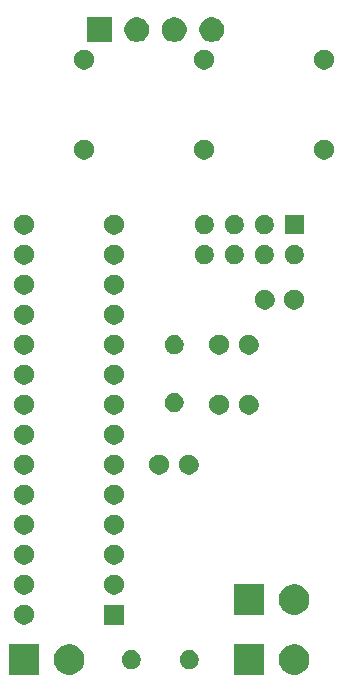
<source format=gbr>
G04 #@! TF.GenerationSoftware,KiCad,Pcbnew,5.1.5-52549c5~84~ubuntu18.04.1*
G04 #@! TF.CreationDate,2020-01-02T13:16:35+00:00*
G04 #@! TF.ProjectId,receiver,72656365-6976-4657-922e-6b696361645f,rev?*
G04 #@! TF.SameCoordinates,Original*
G04 #@! TF.FileFunction,Soldermask,Bot*
G04 #@! TF.FilePolarity,Negative*
%FSLAX46Y46*%
G04 Gerber Fmt 4.6, Leading zero omitted, Abs format (unit mm)*
G04 Created by KiCad (PCBNEW 5.1.5-52549c5~84~ubuntu18.04.1) date 2020-01-02 13:16:35*
%MOMM*%
%LPD*%
G04 APERTURE LIST*
%ADD10C,0.100000*%
G04 APERTURE END LIST*
D10*
G36*
X131189393Y-123209304D02*
G01*
X131426101Y-123307352D01*
X131426103Y-123307353D01*
X131639135Y-123449696D01*
X131820304Y-123630865D01*
X131962647Y-123843897D01*
X131962648Y-123843899D01*
X132060696Y-124080607D01*
X132110680Y-124331893D01*
X132110680Y-124588107D01*
X132060696Y-124839393D01*
X131962648Y-125076101D01*
X131962647Y-125076103D01*
X131820304Y-125289135D01*
X131639135Y-125470304D01*
X131426103Y-125612647D01*
X131426102Y-125612648D01*
X131426101Y-125612648D01*
X131189393Y-125710696D01*
X130938107Y-125760680D01*
X130681893Y-125760680D01*
X130430607Y-125710696D01*
X130193899Y-125612648D01*
X130193898Y-125612648D01*
X130193897Y-125612647D01*
X129980865Y-125470304D01*
X129799696Y-125289135D01*
X129657353Y-125076103D01*
X129657352Y-125076101D01*
X129559304Y-124839393D01*
X129509320Y-124588107D01*
X129509320Y-124331893D01*
X129559304Y-124080607D01*
X129657352Y-123843899D01*
X129657353Y-123843897D01*
X129799696Y-123630865D01*
X129980865Y-123449696D01*
X130193897Y-123307353D01*
X130193899Y-123307352D01*
X130430607Y-123209304D01*
X130681893Y-123159320D01*
X130938107Y-123159320D01*
X131189393Y-123209304D01*
G37*
G36*
X128300680Y-125760680D02*
G01*
X125699320Y-125760680D01*
X125699320Y-123159320D01*
X128300680Y-123159320D01*
X128300680Y-125760680D01*
G37*
G36*
X112139393Y-123209304D02*
G01*
X112376101Y-123307352D01*
X112376103Y-123307353D01*
X112589135Y-123449696D01*
X112770304Y-123630865D01*
X112912647Y-123843897D01*
X112912648Y-123843899D01*
X113010696Y-124080607D01*
X113060680Y-124331893D01*
X113060680Y-124588107D01*
X113010696Y-124839393D01*
X112912648Y-125076101D01*
X112912647Y-125076103D01*
X112770304Y-125289135D01*
X112589135Y-125470304D01*
X112376103Y-125612647D01*
X112376102Y-125612648D01*
X112376101Y-125612648D01*
X112139393Y-125710696D01*
X111888107Y-125760680D01*
X111631893Y-125760680D01*
X111380607Y-125710696D01*
X111143899Y-125612648D01*
X111143898Y-125612648D01*
X111143897Y-125612647D01*
X110930865Y-125470304D01*
X110749696Y-125289135D01*
X110607353Y-125076103D01*
X110607352Y-125076101D01*
X110509304Y-124839393D01*
X110459320Y-124588107D01*
X110459320Y-124331893D01*
X110509304Y-124080607D01*
X110607352Y-123843899D01*
X110607353Y-123843897D01*
X110749696Y-123630865D01*
X110930865Y-123449696D01*
X111143897Y-123307353D01*
X111143899Y-123307352D01*
X111380607Y-123209304D01*
X111631893Y-123159320D01*
X111888107Y-123159320D01*
X112139393Y-123209304D01*
G37*
G36*
X109250680Y-125760680D02*
G01*
X106649320Y-125760680D01*
X106649320Y-123159320D01*
X109250680Y-123159320D01*
X109250680Y-125760680D01*
G37*
G36*
X122153642Y-123689781D02*
G01*
X122299414Y-123750162D01*
X122299416Y-123750163D01*
X122430608Y-123837822D01*
X122542178Y-123949392D01*
X122629837Y-124080584D01*
X122629838Y-124080586D01*
X122690219Y-124226358D01*
X122721000Y-124381107D01*
X122721000Y-124538893D01*
X122690219Y-124693642D01*
X122629847Y-124839393D01*
X122629837Y-124839416D01*
X122542178Y-124970608D01*
X122430608Y-125082178D01*
X122299416Y-125169837D01*
X122299415Y-125169838D01*
X122299414Y-125169838D01*
X122153642Y-125230219D01*
X121998893Y-125261000D01*
X121841107Y-125261000D01*
X121686358Y-125230219D01*
X121540586Y-125169838D01*
X121540585Y-125169838D01*
X121540584Y-125169837D01*
X121409392Y-125082178D01*
X121297822Y-124970608D01*
X121210163Y-124839416D01*
X121210153Y-124839393D01*
X121149781Y-124693642D01*
X121119000Y-124538893D01*
X121119000Y-124381107D01*
X121149781Y-124226358D01*
X121210162Y-124080586D01*
X121210163Y-124080584D01*
X121297822Y-123949392D01*
X121409392Y-123837822D01*
X121540584Y-123750163D01*
X121540586Y-123750162D01*
X121686358Y-123689781D01*
X121841107Y-123659000D01*
X121998893Y-123659000D01*
X122153642Y-123689781D01*
G37*
G36*
X117253642Y-123689781D02*
G01*
X117399414Y-123750162D01*
X117399416Y-123750163D01*
X117530608Y-123837822D01*
X117642178Y-123949392D01*
X117729837Y-124080584D01*
X117729838Y-124080586D01*
X117790219Y-124226358D01*
X117821000Y-124381107D01*
X117821000Y-124538893D01*
X117790219Y-124693642D01*
X117729847Y-124839393D01*
X117729837Y-124839416D01*
X117642178Y-124970608D01*
X117530608Y-125082178D01*
X117399416Y-125169837D01*
X117399415Y-125169838D01*
X117399414Y-125169838D01*
X117253642Y-125230219D01*
X117098893Y-125261000D01*
X116941107Y-125261000D01*
X116786358Y-125230219D01*
X116640586Y-125169838D01*
X116640585Y-125169838D01*
X116640584Y-125169837D01*
X116509392Y-125082178D01*
X116397822Y-124970608D01*
X116310163Y-124839416D01*
X116310153Y-124839393D01*
X116249781Y-124693642D01*
X116219000Y-124538893D01*
X116219000Y-124381107D01*
X116249781Y-124226358D01*
X116310162Y-124080586D01*
X116310163Y-124080584D01*
X116397822Y-123949392D01*
X116509392Y-123837822D01*
X116640584Y-123750163D01*
X116640586Y-123750162D01*
X116786358Y-123689781D01*
X116941107Y-123659000D01*
X117098893Y-123659000D01*
X117253642Y-123689781D01*
G37*
G36*
X108198228Y-119831703D02*
G01*
X108353100Y-119895853D01*
X108492481Y-119988985D01*
X108611015Y-120107519D01*
X108704147Y-120246900D01*
X108768297Y-120401772D01*
X108801000Y-120566184D01*
X108801000Y-120733816D01*
X108768297Y-120898228D01*
X108704147Y-121053100D01*
X108611015Y-121192481D01*
X108492481Y-121311015D01*
X108353100Y-121404147D01*
X108198228Y-121468297D01*
X108033816Y-121501000D01*
X107866184Y-121501000D01*
X107701772Y-121468297D01*
X107546900Y-121404147D01*
X107407519Y-121311015D01*
X107288985Y-121192481D01*
X107195853Y-121053100D01*
X107131703Y-120898228D01*
X107099000Y-120733816D01*
X107099000Y-120566184D01*
X107131703Y-120401772D01*
X107195853Y-120246900D01*
X107288985Y-120107519D01*
X107407519Y-119988985D01*
X107546900Y-119895853D01*
X107701772Y-119831703D01*
X107866184Y-119799000D01*
X108033816Y-119799000D01*
X108198228Y-119831703D01*
G37*
G36*
X116421000Y-121501000D02*
G01*
X114719000Y-121501000D01*
X114719000Y-119799000D01*
X116421000Y-119799000D01*
X116421000Y-121501000D01*
G37*
G36*
X128300680Y-120680680D02*
G01*
X125699320Y-120680680D01*
X125699320Y-118079320D01*
X128300680Y-118079320D01*
X128300680Y-120680680D01*
G37*
G36*
X131189393Y-118129304D02*
G01*
X131426101Y-118227352D01*
X131426103Y-118227353D01*
X131639135Y-118369696D01*
X131820304Y-118550865D01*
X131888201Y-118652481D01*
X131962648Y-118763899D01*
X132060696Y-119000607D01*
X132110680Y-119251893D01*
X132110680Y-119508107D01*
X132060696Y-119759393D01*
X131962648Y-119996101D01*
X131962647Y-119996103D01*
X131820304Y-120209135D01*
X131639135Y-120390304D01*
X131426103Y-120532647D01*
X131426102Y-120532648D01*
X131426101Y-120532648D01*
X131189393Y-120630696D01*
X130938107Y-120680680D01*
X130681893Y-120680680D01*
X130430607Y-120630696D01*
X130193899Y-120532648D01*
X130193898Y-120532648D01*
X130193897Y-120532647D01*
X129980865Y-120390304D01*
X129799696Y-120209135D01*
X129657353Y-119996103D01*
X129657352Y-119996101D01*
X129559304Y-119759393D01*
X129509320Y-119508107D01*
X129509320Y-119251893D01*
X129559304Y-119000607D01*
X129657352Y-118763899D01*
X129731799Y-118652481D01*
X129799696Y-118550865D01*
X129980865Y-118369696D01*
X130193897Y-118227353D01*
X130193899Y-118227352D01*
X130430607Y-118129304D01*
X130681893Y-118079320D01*
X130938107Y-118079320D01*
X131189393Y-118129304D01*
G37*
G36*
X108198228Y-117291703D02*
G01*
X108353100Y-117355853D01*
X108492481Y-117448985D01*
X108611015Y-117567519D01*
X108704147Y-117706900D01*
X108768297Y-117861772D01*
X108801000Y-118026184D01*
X108801000Y-118193816D01*
X108768297Y-118358228D01*
X108704147Y-118513100D01*
X108611015Y-118652481D01*
X108492481Y-118771015D01*
X108353100Y-118864147D01*
X108198228Y-118928297D01*
X108033816Y-118961000D01*
X107866184Y-118961000D01*
X107701772Y-118928297D01*
X107546900Y-118864147D01*
X107407519Y-118771015D01*
X107288985Y-118652481D01*
X107195853Y-118513100D01*
X107131703Y-118358228D01*
X107099000Y-118193816D01*
X107099000Y-118026184D01*
X107131703Y-117861772D01*
X107195853Y-117706900D01*
X107288985Y-117567519D01*
X107407519Y-117448985D01*
X107546900Y-117355853D01*
X107701772Y-117291703D01*
X107866184Y-117259000D01*
X108033816Y-117259000D01*
X108198228Y-117291703D01*
G37*
G36*
X115818228Y-117291703D02*
G01*
X115973100Y-117355853D01*
X116112481Y-117448985D01*
X116231015Y-117567519D01*
X116324147Y-117706900D01*
X116388297Y-117861772D01*
X116421000Y-118026184D01*
X116421000Y-118193816D01*
X116388297Y-118358228D01*
X116324147Y-118513100D01*
X116231015Y-118652481D01*
X116112481Y-118771015D01*
X115973100Y-118864147D01*
X115818228Y-118928297D01*
X115653816Y-118961000D01*
X115486184Y-118961000D01*
X115321772Y-118928297D01*
X115166900Y-118864147D01*
X115027519Y-118771015D01*
X114908985Y-118652481D01*
X114815853Y-118513100D01*
X114751703Y-118358228D01*
X114719000Y-118193816D01*
X114719000Y-118026184D01*
X114751703Y-117861772D01*
X114815853Y-117706900D01*
X114908985Y-117567519D01*
X115027519Y-117448985D01*
X115166900Y-117355853D01*
X115321772Y-117291703D01*
X115486184Y-117259000D01*
X115653816Y-117259000D01*
X115818228Y-117291703D01*
G37*
G36*
X115818228Y-114751703D02*
G01*
X115973100Y-114815853D01*
X116112481Y-114908985D01*
X116231015Y-115027519D01*
X116324147Y-115166900D01*
X116388297Y-115321772D01*
X116421000Y-115486184D01*
X116421000Y-115653816D01*
X116388297Y-115818228D01*
X116324147Y-115973100D01*
X116231015Y-116112481D01*
X116112481Y-116231015D01*
X115973100Y-116324147D01*
X115818228Y-116388297D01*
X115653816Y-116421000D01*
X115486184Y-116421000D01*
X115321772Y-116388297D01*
X115166900Y-116324147D01*
X115027519Y-116231015D01*
X114908985Y-116112481D01*
X114815853Y-115973100D01*
X114751703Y-115818228D01*
X114719000Y-115653816D01*
X114719000Y-115486184D01*
X114751703Y-115321772D01*
X114815853Y-115166900D01*
X114908985Y-115027519D01*
X115027519Y-114908985D01*
X115166900Y-114815853D01*
X115321772Y-114751703D01*
X115486184Y-114719000D01*
X115653816Y-114719000D01*
X115818228Y-114751703D01*
G37*
G36*
X108198228Y-114751703D02*
G01*
X108353100Y-114815853D01*
X108492481Y-114908985D01*
X108611015Y-115027519D01*
X108704147Y-115166900D01*
X108768297Y-115321772D01*
X108801000Y-115486184D01*
X108801000Y-115653816D01*
X108768297Y-115818228D01*
X108704147Y-115973100D01*
X108611015Y-116112481D01*
X108492481Y-116231015D01*
X108353100Y-116324147D01*
X108198228Y-116388297D01*
X108033816Y-116421000D01*
X107866184Y-116421000D01*
X107701772Y-116388297D01*
X107546900Y-116324147D01*
X107407519Y-116231015D01*
X107288985Y-116112481D01*
X107195853Y-115973100D01*
X107131703Y-115818228D01*
X107099000Y-115653816D01*
X107099000Y-115486184D01*
X107131703Y-115321772D01*
X107195853Y-115166900D01*
X107288985Y-115027519D01*
X107407519Y-114908985D01*
X107546900Y-114815853D01*
X107701772Y-114751703D01*
X107866184Y-114719000D01*
X108033816Y-114719000D01*
X108198228Y-114751703D01*
G37*
G36*
X115818228Y-112211703D02*
G01*
X115973100Y-112275853D01*
X116112481Y-112368985D01*
X116231015Y-112487519D01*
X116324147Y-112626900D01*
X116388297Y-112781772D01*
X116421000Y-112946184D01*
X116421000Y-113113816D01*
X116388297Y-113278228D01*
X116324147Y-113433100D01*
X116231015Y-113572481D01*
X116112481Y-113691015D01*
X115973100Y-113784147D01*
X115818228Y-113848297D01*
X115653816Y-113881000D01*
X115486184Y-113881000D01*
X115321772Y-113848297D01*
X115166900Y-113784147D01*
X115027519Y-113691015D01*
X114908985Y-113572481D01*
X114815853Y-113433100D01*
X114751703Y-113278228D01*
X114719000Y-113113816D01*
X114719000Y-112946184D01*
X114751703Y-112781772D01*
X114815853Y-112626900D01*
X114908985Y-112487519D01*
X115027519Y-112368985D01*
X115166900Y-112275853D01*
X115321772Y-112211703D01*
X115486184Y-112179000D01*
X115653816Y-112179000D01*
X115818228Y-112211703D01*
G37*
G36*
X108198228Y-112211703D02*
G01*
X108353100Y-112275853D01*
X108492481Y-112368985D01*
X108611015Y-112487519D01*
X108704147Y-112626900D01*
X108768297Y-112781772D01*
X108801000Y-112946184D01*
X108801000Y-113113816D01*
X108768297Y-113278228D01*
X108704147Y-113433100D01*
X108611015Y-113572481D01*
X108492481Y-113691015D01*
X108353100Y-113784147D01*
X108198228Y-113848297D01*
X108033816Y-113881000D01*
X107866184Y-113881000D01*
X107701772Y-113848297D01*
X107546900Y-113784147D01*
X107407519Y-113691015D01*
X107288985Y-113572481D01*
X107195853Y-113433100D01*
X107131703Y-113278228D01*
X107099000Y-113113816D01*
X107099000Y-112946184D01*
X107131703Y-112781772D01*
X107195853Y-112626900D01*
X107288985Y-112487519D01*
X107407519Y-112368985D01*
X107546900Y-112275853D01*
X107701772Y-112211703D01*
X107866184Y-112179000D01*
X108033816Y-112179000D01*
X108198228Y-112211703D01*
G37*
G36*
X115818228Y-109671703D02*
G01*
X115973100Y-109735853D01*
X116112481Y-109828985D01*
X116231015Y-109947519D01*
X116324147Y-110086900D01*
X116388297Y-110241772D01*
X116421000Y-110406184D01*
X116421000Y-110573816D01*
X116388297Y-110738228D01*
X116324147Y-110893100D01*
X116231015Y-111032481D01*
X116112481Y-111151015D01*
X115973100Y-111244147D01*
X115818228Y-111308297D01*
X115653816Y-111341000D01*
X115486184Y-111341000D01*
X115321772Y-111308297D01*
X115166900Y-111244147D01*
X115027519Y-111151015D01*
X114908985Y-111032481D01*
X114815853Y-110893100D01*
X114751703Y-110738228D01*
X114719000Y-110573816D01*
X114719000Y-110406184D01*
X114751703Y-110241772D01*
X114815853Y-110086900D01*
X114908985Y-109947519D01*
X115027519Y-109828985D01*
X115166900Y-109735853D01*
X115321772Y-109671703D01*
X115486184Y-109639000D01*
X115653816Y-109639000D01*
X115818228Y-109671703D01*
G37*
G36*
X108198228Y-109671703D02*
G01*
X108353100Y-109735853D01*
X108492481Y-109828985D01*
X108611015Y-109947519D01*
X108704147Y-110086900D01*
X108768297Y-110241772D01*
X108801000Y-110406184D01*
X108801000Y-110573816D01*
X108768297Y-110738228D01*
X108704147Y-110893100D01*
X108611015Y-111032481D01*
X108492481Y-111151015D01*
X108353100Y-111244147D01*
X108198228Y-111308297D01*
X108033816Y-111341000D01*
X107866184Y-111341000D01*
X107701772Y-111308297D01*
X107546900Y-111244147D01*
X107407519Y-111151015D01*
X107288985Y-111032481D01*
X107195853Y-110893100D01*
X107131703Y-110738228D01*
X107099000Y-110573816D01*
X107099000Y-110406184D01*
X107131703Y-110241772D01*
X107195853Y-110086900D01*
X107288985Y-109947519D01*
X107407519Y-109828985D01*
X107546900Y-109735853D01*
X107701772Y-109671703D01*
X107866184Y-109639000D01*
X108033816Y-109639000D01*
X108198228Y-109671703D01*
G37*
G36*
X115818228Y-107131703D02*
G01*
X115973100Y-107195853D01*
X116112481Y-107288985D01*
X116231015Y-107407519D01*
X116324147Y-107546900D01*
X116388297Y-107701772D01*
X116421000Y-107866184D01*
X116421000Y-108033816D01*
X116388297Y-108198228D01*
X116324147Y-108353100D01*
X116231015Y-108492481D01*
X116112481Y-108611015D01*
X115973100Y-108704147D01*
X115818228Y-108768297D01*
X115653816Y-108801000D01*
X115486184Y-108801000D01*
X115321772Y-108768297D01*
X115166900Y-108704147D01*
X115027519Y-108611015D01*
X114908985Y-108492481D01*
X114815853Y-108353100D01*
X114751703Y-108198228D01*
X114719000Y-108033816D01*
X114719000Y-107866184D01*
X114751703Y-107701772D01*
X114815853Y-107546900D01*
X114908985Y-107407519D01*
X115027519Y-107288985D01*
X115166900Y-107195853D01*
X115321772Y-107131703D01*
X115486184Y-107099000D01*
X115653816Y-107099000D01*
X115818228Y-107131703D01*
G37*
G36*
X122128228Y-107131703D02*
G01*
X122283100Y-107195853D01*
X122422481Y-107288985D01*
X122541015Y-107407519D01*
X122634147Y-107546900D01*
X122698297Y-107701772D01*
X122731000Y-107866184D01*
X122731000Y-108033816D01*
X122698297Y-108198228D01*
X122634147Y-108353100D01*
X122541015Y-108492481D01*
X122422481Y-108611015D01*
X122283100Y-108704147D01*
X122128228Y-108768297D01*
X121963816Y-108801000D01*
X121796184Y-108801000D01*
X121631772Y-108768297D01*
X121476900Y-108704147D01*
X121337519Y-108611015D01*
X121218985Y-108492481D01*
X121125853Y-108353100D01*
X121061703Y-108198228D01*
X121029000Y-108033816D01*
X121029000Y-107866184D01*
X121061703Y-107701772D01*
X121125853Y-107546900D01*
X121218985Y-107407519D01*
X121337519Y-107288985D01*
X121476900Y-107195853D01*
X121631772Y-107131703D01*
X121796184Y-107099000D01*
X121963816Y-107099000D01*
X122128228Y-107131703D01*
G37*
G36*
X119628228Y-107131703D02*
G01*
X119783100Y-107195853D01*
X119922481Y-107288985D01*
X120041015Y-107407519D01*
X120134147Y-107546900D01*
X120198297Y-107701772D01*
X120231000Y-107866184D01*
X120231000Y-108033816D01*
X120198297Y-108198228D01*
X120134147Y-108353100D01*
X120041015Y-108492481D01*
X119922481Y-108611015D01*
X119783100Y-108704147D01*
X119628228Y-108768297D01*
X119463816Y-108801000D01*
X119296184Y-108801000D01*
X119131772Y-108768297D01*
X118976900Y-108704147D01*
X118837519Y-108611015D01*
X118718985Y-108492481D01*
X118625853Y-108353100D01*
X118561703Y-108198228D01*
X118529000Y-108033816D01*
X118529000Y-107866184D01*
X118561703Y-107701772D01*
X118625853Y-107546900D01*
X118718985Y-107407519D01*
X118837519Y-107288985D01*
X118976900Y-107195853D01*
X119131772Y-107131703D01*
X119296184Y-107099000D01*
X119463816Y-107099000D01*
X119628228Y-107131703D01*
G37*
G36*
X108198228Y-107131703D02*
G01*
X108353100Y-107195853D01*
X108492481Y-107288985D01*
X108611015Y-107407519D01*
X108704147Y-107546900D01*
X108768297Y-107701772D01*
X108801000Y-107866184D01*
X108801000Y-108033816D01*
X108768297Y-108198228D01*
X108704147Y-108353100D01*
X108611015Y-108492481D01*
X108492481Y-108611015D01*
X108353100Y-108704147D01*
X108198228Y-108768297D01*
X108033816Y-108801000D01*
X107866184Y-108801000D01*
X107701772Y-108768297D01*
X107546900Y-108704147D01*
X107407519Y-108611015D01*
X107288985Y-108492481D01*
X107195853Y-108353100D01*
X107131703Y-108198228D01*
X107099000Y-108033816D01*
X107099000Y-107866184D01*
X107131703Y-107701772D01*
X107195853Y-107546900D01*
X107288985Y-107407519D01*
X107407519Y-107288985D01*
X107546900Y-107195853D01*
X107701772Y-107131703D01*
X107866184Y-107099000D01*
X108033816Y-107099000D01*
X108198228Y-107131703D01*
G37*
G36*
X115818228Y-104591703D02*
G01*
X115973100Y-104655853D01*
X116112481Y-104748985D01*
X116231015Y-104867519D01*
X116324147Y-105006900D01*
X116388297Y-105161772D01*
X116421000Y-105326184D01*
X116421000Y-105493816D01*
X116388297Y-105658228D01*
X116324147Y-105813100D01*
X116231015Y-105952481D01*
X116112481Y-106071015D01*
X115973100Y-106164147D01*
X115818228Y-106228297D01*
X115653816Y-106261000D01*
X115486184Y-106261000D01*
X115321772Y-106228297D01*
X115166900Y-106164147D01*
X115027519Y-106071015D01*
X114908985Y-105952481D01*
X114815853Y-105813100D01*
X114751703Y-105658228D01*
X114719000Y-105493816D01*
X114719000Y-105326184D01*
X114751703Y-105161772D01*
X114815853Y-105006900D01*
X114908985Y-104867519D01*
X115027519Y-104748985D01*
X115166900Y-104655853D01*
X115321772Y-104591703D01*
X115486184Y-104559000D01*
X115653816Y-104559000D01*
X115818228Y-104591703D01*
G37*
G36*
X108198228Y-104591703D02*
G01*
X108353100Y-104655853D01*
X108492481Y-104748985D01*
X108611015Y-104867519D01*
X108704147Y-105006900D01*
X108768297Y-105161772D01*
X108801000Y-105326184D01*
X108801000Y-105493816D01*
X108768297Y-105658228D01*
X108704147Y-105813100D01*
X108611015Y-105952481D01*
X108492481Y-106071015D01*
X108353100Y-106164147D01*
X108198228Y-106228297D01*
X108033816Y-106261000D01*
X107866184Y-106261000D01*
X107701772Y-106228297D01*
X107546900Y-106164147D01*
X107407519Y-106071015D01*
X107288985Y-105952481D01*
X107195853Y-105813100D01*
X107131703Y-105658228D01*
X107099000Y-105493816D01*
X107099000Y-105326184D01*
X107131703Y-105161772D01*
X107195853Y-105006900D01*
X107288985Y-104867519D01*
X107407519Y-104748985D01*
X107546900Y-104655853D01*
X107701772Y-104591703D01*
X107866184Y-104559000D01*
X108033816Y-104559000D01*
X108198228Y-104591703D01*
G37*
G36*
X127208228Y-102051703D02*
G01*
X127363100Y-102115853D01*
X127502481Y-102208985D01*
X127621015Y-102327519D01*
X127714147Y-102466900D01*
X127778297Y-102621772D01*
X127811000Y-102786184D01*
X127811000Y-102953816D01*
X127778297Y-103118228D01*
X127714147Y-103273100D01*
X127621015Y-103412481D01*
X127502481Y-103531015D01*
X127363100Y-103624147D01*
X127208228Y-103688297D01*
X127043816Y-103721000D01*
X126876184Y-103721000D01*
X126711772Y-103688297D01*
X126556900Y-103624147D01*
X126417519Y-103531015D01*
X126298985Y-103412481D01*
X126205853Y-103273100D01*
X126141703Y-103118228D01*
X126109000Y-102953816D01*
X126109000Y-102786184D01*
X126141703Y-102621772D01*
X126205853Y-102466900D01*
X126298985Y-102327519D01*
X126417519Y-102208985D01*
X126556900Y-102115853D01*
X126711772Y-102051703D01*
X126876184Y-102019000D01*
X127043816Y-102019000D01*
X127208228Y-102051703D01*
G37*
G36*
X124708228Y-102051703D02*
G01*
X124863100Y-102115853D01*
X125002481Y-102208985D01*
X125121015Y-102327519D01*
X125214147Y-102466900D01*
X125278297Y-102621772D01*
X125311000Y-102786184D01*
X125311000Y-102953816D01*
X125278297Y-103118228D01*
X125214147Y-103273100D01*
X125121015Y-103412481D01*
X125002481Y-103531015D01*
X124863100Y-103624147D01*
X124708228Y-103688297D01*
X124543816Y-103721000D01*
X124376184Y-103721000D01*
X124211772Y-103688297D01*
X124056900Y-103624147D01*
X123917519Y-103531015D01*
X123798985Y-103412481D01*
X123705853Y-103273100D01*
X123641703Y-103118228D01*
X123609000Y-102953816D01*
X123609000Y-102786184D01*
X123641703Y-102621772D01*
X123705853Y-102466900D01*
X123798985Y-102327519D01*
X123917519Y-102208985D01*
X124056900Y-102115853D01*
X124211772Y-102051703D01*
X124376184Y-102019000D01*
X124543816Y-102019000D01*
X124708228Y-102051703D01*
G37*
G36*
X108198228Y-102051703D02*
G01*
X108353100Y-102115853D01*
X108492481Y-102208985D01*
X108611015Y-102327519D01*
X108704147Y-102466900D01*
X108768297Y-102621772D01*
X108801000Y-102786184D01*
X108801000Y-102953816D01*
X108768297Y-103118228D01*
X108704147Y-103273100D01*
X108611015Y-103412481D01*
X108492481Y-103531015D01*
X108353100Y-103624147D01*
X108198228Y-103688297D01*
X108033816Y-103721000D01*
X107866184Y-103721000D01*
X107701772Y-103688297D01*
X107546900Y-103624147D01*
X107407519Y-103531015D01*
X107288985Y-103412481D01*
X107195853Y-103273100D01*
X107131703Y-103118228D01*
X107099000Y-102953816D01*
X107099000Y-102786184D01*
X107131703Y-102621772D01*
X107195853Y-102466900D01*
X107288985Y-102327519D01*
X107407519Y-102208985D01*
X107546900Y-102115853D01*
X107701772Y-102051703D01*
X107866184Y-102019000D01*
X108033816Y-102019000D01*
X108198228Y-102051703D01*
G37*
G36*
X115818228Y-102051703D02*
G01*
X115973100Y-102115853D01*
X116112481Y-102208985D01*
X116231015Y-102327519D01*
X116324147Y-102466900D01*
X116388297Y-102621772D01*
X116421000Y-102786184D01*
X116421000Y-102953816D01*
X116388297Y-103118228D01*
X116324147Y-103273100D01*
X116231015Y-103412481D01*
X116112481Y-103531015D01*
X115973100Y-103624147D01*
X115818228Y-103688297D01*
X115653816Y-103721000D01*
X115486184Y-103721000D01*
X115321772Y-103688297D01*
X115166900Y-103624147D01*
X115027519Y-103531015D01*
X114908985Y-103412481D01*
X114815853Y-103273100D01*
X114751703Y-103118228D01*
X114719000Y-102953816D01*
X114719000Y-102786184D01*
X114751703Y-102621772D01*
X114815853Y-102466900D01*
X114908985Y-102327519D01*
X115027519Y-102208985D01*
X115166900Y-102115853D01*
X115321772Y-102051703D01*
X115486184Y-102019000D01*
X115653816Y-102019000D01*
X115818228Y-102051703D01*
G37*
G36*
X120883642Y-101919781D02*
G01*
X121029414Y-101980162D01*
X121029416Y-101980163D01*
X121160608Y-102067822D01*
X121272178Y-102179392D01*
X121291951Y-102208985D01*
X121359838Y-102310586D01*
X121420219Y-102456358D01*
X121451000Y-102611107D01*
X121451000Y-102768893D01*
X121420219Y-102923642D01*
X121407720Y-102953816D01*
X121359837Y-103069416D01*
X121272178Y-103200608D01*
X121160608Y-103312178D01*
X121029416Y-103399837D01*
X121029415Y-103399838D01*
X121029414Y-103399838D01*
X120883642Y-103460219D01*
X120728893Y-103491000D01*
X120571107Y-103491000D01*
X120416358Y-103460219D01*
X120270586Y-103399838D01*
X120270585Y-103399838D01*
X120270584Y-103399837D01*
X120139392Y-103312178D01*
X120027822Y-103200608D01*
X119940163Y-103069416D01*
X119892280Y-102953816D01*
X119879781Y-102923642D01*
X119849000Y-102768893D01*
X119849000Y-102611107D01*
X119879781Y-102456358D01*
X119940162Y-102310586D01*
X120008049Y-102208985D01*
X120027822Y-102179392D01*
X120139392Y-102067822D01*
X120270584Y-101980163D01*
X120270586Y-101980162D01*
X120416358Y-101919781D01*
X120571107Y-101889000D01*
X120728893Y-101889000D01*
X120883642Y-101919781D01*
G37*
G36*
X115818228Y-99511703D02*
G01*
X115973100Y-99575853D01*
X116112481Y-99668985D01*
X116231015Y-99787519D01*
X116324147Y-99926900D01*
X116388297Y-100081772D01*
X116421000Y-100246184D01*
X116421000Y-100413816D01*
X116388297Y-100578228D01*
X116324147Y-100733100D01*
X116231015Y-100872481D01*
X116112481Y-100991015D01*
X115973100Y-101084147D01*
X115818228Y-101148297D01*
X115653816Y-101181000D01*
X115486184Y-101181000D01*
X115321772Y-101148297D01*
X115166900Y-101084147D01*
X115027519Y-100991015D01*
X114908985Y-100872481D01*
X114815853Y-100733100D01*
X114751703Y-100578228D01*
X114719000Y-100413816D01*
X114719000Y-100246184D01*
X114751703Y-100081772D01*
X114815853Y-99926900D01*
X114908985Y-99787519D01*
X115027519Y-99668985D01*
X115166900Y-99575853D01*
X115321772Y-99511703D01*
X115486184Y-99479000D01*
X115653816Y-99479000D01*
X115818228Y-99511703D01*
G37*
G36*
X108198228Y-99511703D02*
G01*
X108353100Y-99575853D01*
X108492481Y-99668985D01*
X108611015Y-99787519D01*
X108704147Y-99926900D01*
X108768297Y-100081772D01*
X108801000Y-100246184D01*
X108801000Y-100413816D01*
X108768297Y-100578228D01*
X108704147Y-100733100D01*
X108611015Y-100872481D01*
X108492481Y-100991015D01*
X108353100Y-101084147D01*
X108198228Y-101148297D01*
X108033816Y-101181000D01*
X107866184Y-101181000D01*
X107701772Y-101148297D01*
X107546900Y-101084147D01*
X107407519Y-100991015D01*
X107288985Y-100872481D01*
X107195853Y-100733100D01*
X107131703Y-100578228D01*
X107099000Y-100413816D01*
X107099000Y-100246184D01*
X107131703Y-100081772D01*
X107195853Y-99926900D01*
X107288985Y-99787519D01*
X107407519Y-99668985D01*
X107546900Y-99575853D01*
X107701772Y-99511703D01*
X107866184Y-99479000D01*
X108033816Y-99479000D01*
X108198228Y-99511703D01*
G37*
G36*
X124708228Y-96971703D02*
G01*
X124863100Y-97035853D01*
X125002481Y-97128985D01*
X125121015Y-97247519D01*
X125214147Y-97386900D01*
X125278297Y-97541772D01*
X125311000Y-97706184D01*
X125311000Y-97873816D01*
X125278297Y-98038228D01*
X125214147Y-98193100D01*
X125121015Y-98332481D01*
X125002481Y-98451015D01*
X124863100Y-98544147D01*
X124708228Y-98608297D01*
X124543816Y-98641000D01*
X124376184Y-98641000D01*
X124211772Y-98608297D01*
X124056900Y-98544147D01*
X123917519Y-98451015D01*
X123798985Y-98332481D01*
X123705853Y-98193100D01*
X123641703Y-98038228D01*
X123609000Y-97873816D01*
X123609000Y-97706184D01*
X123641703Y-97541772D01*
X123705853Y-97386900D01*
X123798985Y-97247519D01*
X123917519Y-97128985D01*
X124056900Y-97035853D01*
X124211772Y-96971703D01*
X124376184Y-96939000D01*
X124543816Y-96939000D01*
X124708228Y-96971703D01*
G37*
G36*
X115818228Y-96971703D02*
G01*
X115973100Y-97035853D01*
X116112481Y-97128985D01*
X116231015Y-97247519D01*
X116324147Y-97386900D01*
X116388297Y-97541772D01*
X116421000Y-97706184D01*
X116421000Y-97873816D01*
X116388297Y-98038228D01*
X116324147Y-98193100D01*
X116231015Y-98332481D01*
X116112481Y-98451015D01*
X115973100Y-98544147D01*
X115818228Y-98608297D01*
X115653816Y-98641000D01*
X115486184Y-98641000D01*
X115321772Y-98608297D01*
X115166900Y-98544147D01*
X115027519Y-98451015D01*
X114908985Y-98332481D01*
X114815853Y-98193100D01*
X114751703Y-98038228D01*
X114719000Y-97873816D01*
X114719000Y-97706184D01*
X114751703Y-97541772D01*
X114815853Y-97386900D01*
X114908985Y-97247519D01*
X115027519Y-97128985D01*
X115166900Y-97035853D01*
X115321772Y-96971703D01*
X115486184Y-96939000D01*
X115653816Y-96939000D01*
X115818228Y-96971703D01*
G37*
G36*
X108198228Y-96971703D02*
G01*
X108353100Y-97035853D01*
X108492481Y-97128985D01*
X108611015Y-97247519D01*
X108704147Y-97386900D01*
X108768297Y-97541772D01*
X108801000Y-97706184D01*
X108801000Y-97873816D01*
X108768297Y-98038228D01*
X108704147Y-98193100D01*
X108611015Y-98332481D01*
X108492481Y-98451015D01*
X108353100Y-98544147D01*
X108198228Y-98608297D01*
X108033816Y-98641000D01*
X107866184Y-98641000D01*
X107701772Y-98608297D01*
X107546900Y-98544147D01*
X107407519Y-98451015D01*
X107288985Y-98332481D01*
X107195853Y-98193100D01*
X107131703Y-98038228D01*
X107099000Y-97873816D01*
X107099000Y-97706184D01*
X107131703Y-97541772D01*
X107195853Y-97386900D01*
X107288985Y-97247519D01*
X107407519Y-97128985D01*
X107546900Y-97035853D01*
X107701772Y-96971703D01*
X107866184Y-96939000D01*
X108033816Y-96939000D01*
X108198228Y-96971703D01*
G37*
G36*
X127208228Y-96971703D02*
G01*
X127363100Y-97035853D01*
X127502481Y-97128985D01*
X127621015Y-97247519D01*
X127714147Y-97386900D01*
X127778297Y-97541772D01*
X127811000Y-97706184D01*
X127811000Y-97873816D01*
X127778297Y-98038228D01*
X127714147Y-98193100D01*
X127621015Y-98332481D01*
X127502481Y-98451015D01*
X127363100Y-98544147D01*
X127208228Y-98608297D01*
X127043816Y-98641000D01*
X126876184Y-98641000D01*
X126711772Y-98608297D01*
X126556900Y-98544147D01*
X126417519Y-98451015D01*
X126298985Y-98332481D01*
X126205853Y-98193100D01*
X126141703Y-98038228D01*
X126109000Y-97873816D01*
X126109000Y-97706184D01*
X126141703Y-97541772D01*
X126205853Y-97386900D01*
X126298985Y-97247519D01*
X126417519Y-97128985D01*
X126556900Y-97035853D01*
X126711772Y-96971703D01*
X126876184Y-96939000D01*
X127043816Y-96939000D01*
X127208228Y-96971703D01*
G37*
G36*
X120883642Y-97019781D02*
G01*
X121029414Y-97080162D01*
X121029416Y-97080163D01*
X121160608Y-97167822D01*
X121272178Y-97279392D01*
X121344012Y-97386900D01*
X121359838Y-97410586D01*
X121420219Y-97556358D01*
X121451000Y-97711107D01*
X121451000Y-97868893D01*
X121420219Y-98023642D01*
X121359838Y-98169414D01*
X121359837Y-98169416D01*
X121272178Y-98300608D01*
X121160608Y-98412178D01*
X121029416Y-98499837D01*
X121029415Y-98499838D01*
X121029414Y-98499838D01*
X120883642Y-98560219D01*
X120728893Y-98591000D01*
X120571107Y-98591000D01*
X120416358Y-98560219D01*
X120270586Y-98499838D01*
X120270585Y-98499838D01*
X120270584Y-98499837D01*
X120139392Y-98412178D01*
X120027822Y-98300608D01*
X119940163Y-98169416D01*
X119940162Y-98169414D01*
X119879781Y-98023642D01*
X119849000Y-97868893D01*
X119849000Y-97711107D01*
X119879781Y-97556358D01*
X119940162Y-97410586D01*
X119955988Y-97386900D01*
X120027822Y-97279392D01*
X120139392Y-97167822D01*
X120270584Y-97080163D01*
X120270586Y-97080162D01*
X120416358Y-97019781D01*
X120571107Y-96989000D01*
X120728893Y-96989000D01*
X120883642Y-97019781D01*
G37*
G36*
X108198228Y-94431703D02*
G01*
X108353100Y-94495853D01*
X108492481Y-94588985D01*
X108611015Y-94707519D01*
X108704147Y-94846900D01*
X108768297Y-95001772D01*
X108801000Y-95166184D01*
X108801000Y-95333816D01*
X108768297Y-95498228D01*
X108704147Y-95653100D01*
X108611015Y-95792481D01*
X108492481Y-95911015D01*
X108353100Y-96004147D01*
X108198228Y-96068297D01*
X108033816Y-96101000D01*
X107866184Y-96101000D01*
X107701772Y-96068297D01*
X107546900Y-96004147D01*
X107407519Y-95911015D01*
X107288985Y-95792481D01*
X107195853Y-95653100D01*
X107131703Y-95498228D01*
X107099000Y-95333816D01*
X107099000Y-95166184D01*
X107131703Y-95001772D01*
X107195853Y-94846900D01*
X107288985Y-94707519D01*
X107407519Y-94588985D01*
X107546900Y-94495853D01*
X107701772Y-94431703D01*
X107866184Y-94399000D01*
X108033816Y-94399000D01*
X108198228Y-94431703D01*
G37*
G36*
X115818228Y-94431703D02*
G01*
X115973100Y-94495853D01*
X116112481Y-94588985D01*
X116231015Y-94707519D01*
X116324147Y-94846900D01*
X116388297Y-95001772D01*
X116421000Y-95166184D01*
X116421000Y-95333816D01*
X116388297Y-95498228D01*
X116324147Y-95653100D01*
X116231015Y-95792481D01*
X116112481Y-95911015D01*
X115973100Y-96004147D01*
X115818228Y-96068297D01*
X115653816Y-96101000D01*
X115486184Y-96101000D01*
X115321772Y-96068297D01*
X115166900Y-96004147D01*
X115027519Y-95911015D01*
X114908985Y-95792481D01*
X114815853Y-95653100D01*
X114751703Y-95498228D01*
X114719000Y-95333816D01*
X114719000Y-95166184D01*
X114751703Y-95001772D01*
X114815853Y-94846900D01*
X114908985Y-94707519D01*
X115027519Y-94588985D01*
X115166900Y-94495853D01*
X115321772Y-94431703D01*
X115486184Y-94399000D01*
X115653816Y-94399000D01*
X115818228Y-94431703D01*
G37*
G36*
X128558228Y-93161703D02*
G01*
X128713100Y-93225853D01*
X128852481Y-93318985D01*
X128971015Y-93437519D01*
X129064147Y-93576900D01*
X129128297Y-93731772D01*
X129161000Y-93896184D01*
X129161000Y-94063816D01*
X129128297Y-94228228D01*
X129064147Y-94383100D01*
X128971015Y-94522481D01*
X128852481Y-94641015D01*
X128713100Y-94734147D01*
X128558228Y-94798297D01*
X128393816Y-94831000D01*
X128226184Y-94831000D01*
X128061772Y-94798297D01*
X127906900Y-94734147D01*
X127767519Y-94641015D01*
X127648985Y-94522481D01*
X127555853Y-94383100D01*
X127491703Y-94228228D01*
X127459000Y-94063816D01*
X127459000Y-93896184D01*
X127491703Y-93731772D01*
X127555853Y-93576900D01*
X127648985Y-93437519D01*
X127767519Y-93318985D01*
X127906900Y-93225853D01*
X128061772Y-93161703D01*
X128226184Y-93129000D01*
X128393816Y-93129000D01*
X128558228Y-93161703D01*
G37*
G36*
X131058228Y-93161703D02*
G01*
X131213100Y-93225853D01*
X131352481Y-93318985D01*
X131471015Y-93437519D01*
X131564147Y-93576900D01*
X131628297Y-93731772D01*
X131661000Y-93896184D01*
X131661000Y-94063816D01*
X131628297Y-94228228D01*
X131564147Y-94383100D01*
X131471015Y-94522481D01*
X131352481Y-94641015D01*
X131213100Y-94734147D01*
X131058228Y-94798297D01*
X130893816Y-94831000D01*
X130726184Y-94831000D01*
X130561772Y-94798297D01*
X130406900Y-94734147D01*
X130267519Y-94641015D01*
X130148985Y-94522481D01*
X130055853Y-94383100D01*
X129991703Y-94228228D01*
X129959000Y-94063816D01*
X129959000Y-93896184D01*
X129991703Y-93731772D01*
X130055853Y-93576900D01*
X130148985Y-93437519D01*
X130267519Y-93318985D01*
X130406900Y-93225853D01*
X130561772Y-93161703D01*
X130726184Y-93129000D01*
X130893816Y-93129000D01*
X131058228Y-93161703D01*
G37*
G36*
X115818228Y-91891703D02*
G01*
X115973100Y-91955853D01*
X116112481Y-92048985D01*
X116231015Y-92167519D01*
X116324147Y-92306900D01*
X116388297Y-92461772D01*
X116421000Y-92626184D01*
X116421000Y-92793816D01*
X116388297Y-92958228D01*
X116324147Y-93113100D01*
X116231015Y-93252481D01*
X116112481Y-93371015D01*
X115973100Y-93464147D01*
X115818228Y-93528297D01*
X115653816Y-93561000D01*
X115486184Y-93561000D01*
X115321772Y-93528297D01*
X115166900Y-93464147D01*
X115027519Y-93371015D01*
X114908985Y-93252481D01*
X114815853Y-93113100D01*
X114751703Y-92958228D01*
X114719000Y-92793816D01*
X114719000Y-92626184D01*
X114751703Y-92461772D01*
X114815853Y-92306900D01*
X114908985Y-92167519D01*
X115027519Y-92048985D01*
X115166900Y-91955853D01*
X115321772Y-91891703D01*
X115486184Y-91859000D01*
X115653816Y-91859000D01*
X115818228Y-91891703D01*
G37*
G36*
X108198228Y-91891703D02*
G01*
X108353100Y-91955853D01*
X108492481Y-92048985D01*
X108611015Y-92167519D01*
X108704147Y-92306900D01*
X108768297Y-92461772D01*
X108801000Y-92626184D01*
X108801000Y-92793816D01*
X108768297Y-92958228D01*
X108704147Y-93113100D01*
X108611015Y-93252481D01*
X108492481Y-93371015D01*
X108353100Y-93464147D01*
X108198228Y-93528297D01*
X108033816Y-93561000D01*
X107866184Y-93561000D01*
X107701772Y-93528297D01*
X107546900Y-93464147D01*
X107407519Y-93371015D01*
X107288985Y-93252481D01*
X107195853Y-93113100D01*
X107131703Y-92958228D01*
X107099000Y-92793816D01*
X107099000Y-92626184D01*
X107131703Y-92461772D01*
X107195853Y-92306900D01*
X107288985Y-92167519D01*
X107407519Y-92048985D01*
X107546900Y-91955853D01*
X107701772Y-91891703D01*
X107866184Y-91859000D01*
X108033816Y-91859000D01*
X108198228Y-91891703D01*
G37*
G36*
X108198228Y-89351703D02*
G01*
X108353100Y-89415853D01*
X108492481Y-89508985D01*
X108611015Y-89627519D01*
X108704147Y-89766900D01*
X108768297Y-89921772D01*
X108801000Y-90086184D01*
X108801000Y-90253816D01*
X108768297Y-90418228D01*
X108704147Y-90573100D01*
X108611015Y-90712481D01*
X108492481Y-90831015D01*
X108353100Y-90924147D01*
X108198228Y-90988297D01*
X108033816Y-91021000D01*
X107866184Y-91021000D01*
X107701772Y-90988297D01*
X107546900Y-90924147D01*
X107407519Y-90831015D01*
X107288985Y-90712481D01*
X107195853Y-90573100D01*
X107131703Y-90418228D01*
X107099000Y-90253816D01*
X107099000Y-90086184D01*
X107131703Y-89921772D01*
X107195853Y-89766900D01*
X107288985Y-89627519D01*
X107407519Y-89508985D01*
X107546900Y-89415853D01*
X107701772Y-89351703D01*
X107866184Y-89319000D01*
X108033816Y-89319000D01*
X108198228Y-89351703D01*
G37*
G36*
X115818228Y-89351703D02*
G01*
X115973100Y-89415853D01*
X116112481Y-89508985D01*
X116231015Y-89627519D01*
X116324147Y-89766900D01*
X116388297Y-89921772D01*
X116421000Y-90086184D01*
X116421000Y-90253816D01*
X116388297Y-90418228D01*
X116324147Y-90573100D01*
X116231015Y-90712481D01*
X116112481Y-90831015D01*
X115973100Y-90924147D01*
X115818228Y-90988297D01*
X115653816Y-91021000D01*
X115486184Y-91021000D01*
X115321772Y-90988297D01*
X115166900Y-90924147D01*
X115027519Y-90831015D01*
X114908985Y-90712481D01*
X114815853Y-90573100D01*
X114751703Y-90418228D01*
X114719000Y-90253816D01*
X114719000Y-90086184D01*
X114751703Y-89921772D01*
X114815853Y-89766900D01*
X114908985Y-89627519D01*
X115027519Y-89508985D01*
X115166900Y-89415853D01*
X115321772Y-89351703D01*
X115486184Y-89319000D01*
X115653816Y-89319000D01*
X115818228Y-89351703D01*
G37*
G36*
X125967142Y-89388242D02*
G01*
X126115101Y-89449529D01*
X126248255Y-89538499D01*
X126361501Y-89651745D01*
X126450471Y-89784899D01*
X126511758Y-89932858D01*
X126543000Y-90089925D01*
X126543000Y-90250075D01*
X126511758Y-90407142D01*
X126450471Y-90555101D01*
X126361501Y-90688255D01*
X126248255Y-90801501D01*
X126115101Y-90890471D01*
X125967142Y-90951758D01*
X125810075Y-90983000D01*
X125649925Y-90983000D01*
X125492858Y-90951758D01*
X125344899Y-90890471D01*
X125211745Y-90801501D01*
X125098499Y-90688255D01*
X125009529Y-90555101D01*
X124948242Y-90407142D01*
X124917000Y-90250075D01*
X124917000Y-90089925D01*
X124948242Y-89932858D01*
X125009529Y-89784899D01*
X125098499Y-89651745D01*
X125211745Y-89538499D01*
X125344899Y-89449529D01*
X125492858Y-89388242D01*
X125649925Y-89357000D01*
X125810075Y-89357000D01*
X125967142Y-89388242D01*
G37*
G36*
X128507142Y-89388242D02*
G01*
X128655101Y-89449529D01*
X128788255Y-89538499D01*
X128901501Y-89651745D01*
X128990471Y-89784899D01*
X129051758Y-89932858D01*
X129083000Y-90089925D01*
X129083000Y-90250075D01*
X129051758Y-90407142D01*
X128990471Y-90555101D01*
X128901501Y-90688255D01*
X128788255Y-90801501D01*
X128655101Y-90890471D01*
X128507142Y-90951758D01*
X128350075Y-90983000D01*
X128189925Y-90983000D01*
X128032858Y-90951758D01*
X127884899Y-90890471D01*
X127751745Y-90801501D01*
X127638499Y-90688255D01*
X127549529Y-90555101D01*
X127488242Y-90407142D01*
X127457000Y-90250075D01*
X127457000Y-90089925D01*
X127488242Y-89932858D01*
X127549529Y-89784899D01*
X127638499Y-89651745D01*
X127751745Y-89538499D01*
X127884899Y-89449529D01*
X128032858Y-89388242D01*
X128189925Y-89357000D01*
X128350075Y-89357000D01*
X128507142Y-89388242D01*
G37*
G36*
X123427142Y-89388242D02*
G01*
X123575101Y-89449529D01*
X123708255Y-89538499D01*
X123821501Y-89651745D01*
X123910471Y-89784899D01*
X123971758Y-89932858D01*
X124003000Y-90089925D01*
X124003000Y-90250075D01*
X123971758Y-90407142D01*
X123910471Y-90555101D01*
X123821501Y-90688255D01*
X123708255Y-90801501D01*
X123575101Y-90890471D01*
X123427142Y-90951758D01*
X123270075Y-90983000D01*
X123109925Y-90983000D01*
X122952858Y-90951758D01*
X122804899Y-90890471D01*
X122671745Y-90801501D01*
X122558499Y-90688255D01*
X122469529Y-90555101D01*
X122408242Y-90407142D01*
X122377000Y-90250075D01*
X122377000Y-90089925D01*
X122408242Y-89932858D01*
X122469529Y-89784899D01*
X122558499Y-89651745D01*
X122671745Y-89538499D01*
X122804899Y-89449529D01*
X122952858Y-89388242D01*
X123109925Y-89357000D01*
X123270075Y-89357000D01*
X123427142Y-89388242D01*
G37*
G36*
X131047142Y-89388242D02*
G01*
X131195101Y-89449529D01*
X131328255Y-89538499D01*
X131441501Y-89651745D01*
X131530471Y-89784899D01*
X131591758Y-89932858D01*
X131623000Y-90089925D01*
X131623000Y-90250075D01*
X131591758Y-90407142D01*
X131530471Y-90555101D01*
X131441501Y-90688255D01*
X131328255Y-90801501D01*
X131195101Y-90890471D01*
X131047142Y-90951758D01*
X130890075Y-90983000D01*
X130729925Y-90983000D01*
X130572858Y-90951758D01*
X130424899Y-90890471D01*
X130291745Y-90801501D01*
X130178499Y-90688255D01*
X130089529Y-90555101D01*
X130028242Y-90407142D01*
X129997000Y-90250075D01*
X129997000Y-90089925D01*
X130028242Y-89932858D01*
X130089529Y-89784899D01*
X130178499Y-89651745D01*
X130291745Y-89538499D01*
X130424899Y-89449529D01*
X130572858Y-89388242D01*
X130729925Y-89357000D01*
X130890075Y-89357000D01*
X131047142Y-89388242D01*
G37*
G36*
X115818228Y-86811703D02*
G01*
X115973100Y-86875853D01*
X116112481Y-86968985D01*
X116231015Y-87087519D01*
X116324147Y-87226900D01*
X116388297Y-87381772D01*
X116421000Y-87546184D01*
X116421000Y-87713816D01*
X116388297Y-87878228D01*
X116324147Y-88033100D01*
X116231015Y-88172481D01*
X116112481Y-88291015D01*
X115973100Y-88384147D01*
X115818228Y-88448297D01*
X115653816Y-88481000D01*
X115486184Y-88481000D01*
X115321772Y-88448297D01*
X115166900Y-88384147D01*
X115027519Y-88291015D01*
X114908985Y-88172481D01*
X114815853Y-88033100D01*
X114751703Y-87878228D01*
X114719000Y-87713816D01*
X114719000Y-87546184D01*
X114751703Y-87381772D01*
X114815853Y-87226900D01*
X114908985Y-87087519D01*
X115027519Y-86968985D01*
X115166900Y-86875853D01*
X115321772Y-86811703D01*
X115486184Y-86779000D01*
X115653816Y-86779000D01*
X115818228Y-86811703D01*
G37*
G36*
X108198228Y-86811703D02*
G01*
X108353100Y-86875853D01*
X108492481Y-86968985D01*
X108611015Y-87087519D01*
X108704147Y-87226900D01*
X108768297Y-87381772D01*
X108801000Y-87546184D01*
X108801000Y-87713816D01*
X108768297Y-87878228D01*
X108704147Y-88033100D01*
X108611015Y-88172481D01*
X108492481Y-88291015D01*
X108353100Y-88384147D01*
X108198228Y-88448297D01*
X108033816Y-88481000D01*
X107866184Y-88481000D01*
X107701772Y-88448297D01*
X107546900Y-88384147D01*
X107407519Y-88291015D01*
X107288985Y-88172481D01*
X107195853Y-88033100D01*
X107131703Y-87878228D01*
X107099000Y-87713816D01*
X107099000Y-87546184D01*
X107131703Y-87381772D01*
X107195853Y-87226900D01*
X107288985Y-87087519D01*
X107407519Y-86968985D01*
X107546900Y-86875853D01*
X107701772Y-86811703D01*
X107866184Y-86779000D01*
X108033816Y-86779000D01*
X108198228Y-86811703D01*
G37*
G36*
X131623000Y-88443000D02*
G01*
X129997000Y-88443000D01*
X129997000Y-86817000D01*
X131623000Y-86817000D01*
X131623000Y-88443000D01*
G37*
G36*
X128507142Y-86848242D02*
G01*
X128655101Y-86909529D01*
X128788255Y-86998499D01*
X128901501Y-87111745D01*
X128990471Y-87244899D01*
X129051758Y-87392858D01*
X129083000Y-87549925D01*
X129083000Y-87710075D01*
X129051758Y-87867142D01*
X128990471Y-88015101D01*
X128901501Y-88148255D01*
X128788255Y-88261501D01*
X128655101Y-88350471D01*
X128507142Y-88411758D01*
X128350075Y-88443000D01*
X128189925Y-88443000D01*
X128032858Y-88411758D01*
X127884899Y-88350471D01*
X127751745Y-88261501D01*
X127638499Y-88148255D01*
X127549529Y-88015101D01*
X127488242Y-87867142D01*
X127457000Y-87710075D01*
X127457000Y-87549925D01*
X127488242Y-87392858D01*
X127549529Y-87244899D01*
X127638499Y-87111745D01*
X127751745Y-86998499D01*
X127884899Y-86909529D01*
X128032858Y-86848242D01*
X128189925Y-86817000D01*
X128350075Y-86817000D01*
X128507142Y-86848242D01*
G37*
G36*
X125967142Y-86848242D02*
G01*
X126115101Y-86909529D01*
X126248255Y-86998499D01*
X126361501Y-87111745D01*
X126450471Y-87244899D01*
X126511758Y-87392858D01*
X126543000Y-87549925D01*
X126543000Y-87710075D01*
X126511758Y-87867142D01*
X126450471Y-88015101D01*
X126361501Y-88148255D01*
X126248255Y-88261501D01*
X126115101Y-88350471D01*
X125967142Y-88411758D01*
X125810075Y-88443000D01*
X125649925Y-88443000D01*
X125492858Y-88411758D01*
X125344899Y-88350471D01*
X125211745Y-88261501D01*
X125098499Y-88148255D01*
X125009529Y-88015101D01*
X124948242Y-87867142D01*
X124917000Y-87710075D01*
X124917000Y-87549925D01*
X124948242Y-87392858D01*
X125009529Y-87244899D01*
X125098499Y-87111745D01*
X125211745Y-86998499D01*
X125344899Y-86909529D01*
X125492858Y-86848242D01*
X125649925Y-86817000D01*
X125810075Y-86817000D01*
X125967142Y-86848242D01*
G37*
G36*
X123427142Y-86848242D02*
G01*
X123575101Y-86909529D01*
X123708255Y-86998499D01*
X123821501Y-87111745D01*
X123910471Y-87244899D01*
X123971758Y-87392858D01*
X124003000Y-87549925D01*
X124003000Y-87710075D01*
X123971758Y-87867142D01*
X123910471Y-88015101D01*
X123821501Y-88148255D01*
X123708255Y-88261501D01*
X123575101Y-88350471D01*
X123427142Y-88411758D01*
X123270075Y-88443000D01*
X123109925Y-88443000D01*
X122952858Y-88411758D01*
X122804899Y-88350471D01*
X122671745Y-88261501D01*
X122558499Y-88148255D01*
X122469529Y-88015101D01*
X122408242Y-87867142D01*
X122377000Y-87710075D01*
X122377000Y-87549925D01*
X122408242Y-87392858D01*
X122469529Y-87244899D01*
X122558499Y-87111745D01*
X122671745Y-86998499D01*
X122804899Y-86909529D01*
X122952858Y-86848242D01*
X123109925Y-86817000D01*
X123270075Y-86817000D01*
X123427142Y-86848242D01*
G37*
G36*
X123438228Y-80461703D02*
G01*
X123593100Y-80525853D01*
X123732481Y-80618985D01*
X123851015Y-80737519D01*
X123944147Y-80876900D01*
X124008297Y-81031772D01*
X124041000Y-81196184D01*
X124041000Y-81363816D01*
X124008297Y-81528228D01*
X123944147Y-81683100D01*
X123851015Y-81822481D01*
X123732481Y-81941015D01*
X123593100Y-82034147D01*
X123438228Y-82098297D01*
X123273816Y-82131000D01*
X123106184Y-82131000D01*
X122941772Y-82098297D01*
X122786900Y-82034147D01*
X122647519Y-81941015D01*
X122528985Y-81822481D01*
X122435853Y-81683100D01*
X122371703Y-81528228D01*
X122339000Y-81363816D01*
X122339000Y-81196184D01*
X122371703Y-81031772D01*
X122435853Y-80876900D01*
X122528985Y-80737519D01*
X122647519Y-80618985D01*
X122786900Y-80525853D01*
X122941772Y-80461703D01*
X123106184Y-80429000D01*
X123273816Y-80429000D01*
X123438228Y-80461703D01*
G37*
G36*
X133598228Y-80461703D02*
G01*
X133753100Y-80525853D01*
X133892481Y-80618985D01*
X134011015Y-80737519D01*
X134104147Y-80876900D01*
X134168297Y-81031772D01*
X134201000Y-81196184D01*
X134201000Y-81363816D01*
X134168297Y-81528228D01*
X134104147Y-81683100D01*
X134011015Y-81822481D01*
X133892481Y-81941015D01*
X133753100Y-82034147D01*
X133598228Y-82098297D01*
X133433816Y-82131000D01*
X133266184Y-82131000D01*
X133101772Y-82098297D01*
X132946900Y-82034147D01*
X132807519Y-81941015D01*
X132688985Y-81822481D01*
X132595853Y-81683100D01*
X132531703Y-81528228D01*
X132499000Y-81363816D01*
X132499000Y-81196184D01*
X132531703Y-81031772D01*
X132595853Y-80876900D01*
X132688985Y-80737519D01*
X132807519Y-80618985D01*
X132946900Y-80525853D01*
X133101772Y-80461703D01*
X133266184Y-80429000D01*
X133433816Y-80429000D01*
X133598228Y-80461703D01*
G37*
G36*
X113278228Y-80461703D02*
G01*
X113433100Y-80525853D01*
X113572481Y-80618985D01*
X113691015Y-80737519D01*
X113784147Y-80876900D01*
X113848297Y-81031772D01*
X113881000Y-81196184D01*
X113881000Y-81363816D01*
X113848297Y-81528228D01*
X113784147Y-81683100D01*
X113691015Y-81822481D01*
X113572481Y-81941015D01*
X113433100Y-82034147D01*
X113278228Y-82098297D01*
X113113816Y-82131000D01*
X112946184Y-82131000D01*
X112781772Y-82098297D01*
X112626900Y-82034147D01*
X112487519Y-81941015D01*
X112368985Y-81822481D01*
X112275853Y-81683100D01*
X112211703Y-81528228D01*
X112179000Y-81363816D01*
X112179000Y-81196184D01*
X112211703Y-81031772D01*
X112275853Y-80876900D01*
X112368985Y-80737519D01*
X112487519Y-80618985D01*
X112626900Y-80525853D01*
X112781772Y-80461703D01*
X112946184Y-80429000D01*
X113113816Y-80429000D01*
X113278228Y-80461703D01*
G37*
G36*
X113278228Y-72841703D02*
G01*
X113433100Y-72905853D01*
X113572481Y-72998985D01*
X113691015Y-73117519D01*
X113784147Y-73256900D01*
X113848297Y-73411772D01*
X113881000Y-73576184D01*
X113881000Y-73743816D01*
X113848297Y-73908228D01*
X113784147Y-74063100D01*
X113691015Y-74202481D01*
X113572481Y-74321015D01*
X113433100Y-74414147D01*
X113278228Y-74478297D01*
X113113816Y-74511000D01*
X112946184Y-74511000D01*
X112781772Y-74478297D01*
X112626900Y-74414147D01*
X112487519Y-74321015D01*
X112368985Y-74202481D01*
X112275853Y-74063100D01*
X112211703Y-73908228D01*
X112179000Y-73743816D01*
X112179000Y-73576184D01*
X112211703Y-73411772D01*
X112275853Y-73256900D01*
X112368985Y-73117519D01*
X112487519Y-72998985D01*
X112626900Y-72905853D01*
X112781772Y-72841703D01*
X112946184Y-72809000D01*
X113113816Y-72809000D01*
X113278228Y-72841703D01*
G37*
G36*
X123438228Y-72841703D02*
G01*
X123593100Y-72905853D01*
X123732481Y-72998985D01*
X123851015Y-73117519D01*
X123944147Y-73256900D01*
X124008297Y-73411772D01*
X124041000Y-73576184D01*
X124041000Y-73743816D01*
X124008297Y-73908228D01*
X123944147Y-74063100D01*
X123851015Y-74202481D01*
X123732481Y-74321015D01*
X123593100Y-74414147D01*
X123438228Y-74478297D01*
X123273816Y-74511000D01*
X123106184Y-74511000D01*
X122941772Y-74478297D01*
X122786900Y-74414147D01*
X122647519Y-74321015D01*
X122528985Y-74202481D01*
X122435853Y-74063100D01*
X122371703Y-73908228D01*
X122339000Y-73743816D01*
X122339000Y-73576184D01*
X122371703Y-73411772D01*
X122435853Y-73256900D01*
X122528985Y-73117519D01*
X122647519Y-72998985D01*
X122786900Y-72905853D01*
X122941772Y-72841703D01*
X123106184Y-72809000D01*
X123273816Y-72809000D01*
X123438228Y-72841703D01*
G37*
G36*
X133598228Y-72841703D02*
G01*
X133753100Y-72905853D01*
X133892481Y-72998985D01*
X134011015Y-73117519D01*
X134104147Y-73256900D01*
X134168297Y-73411772D01*
X134201000Y-73576184D01*
X134201000Y-73743816D01*
X134168297Y-73908228D01*
X134104147Y-74063100D01*
X134011015Y-74202481D01*
X133892481Y-74321015D01*
X133753100Y-74414147D01*
X133598228Y-74478297D01*
X133433816Y-74511000D01*
X133266184Y-74511000D01*
X133101772Y-74478297D01*
X132946900Y-74414147D01*
X132807519Y-74321015D01*
X132688985Y-74202481D01*
X132595853Y-74063100D01*
X132531703Y-73908228D01*
X132499000Y-73743816D01*
X132499000Y-73576184D01*
X132531703Y-73411772D01*
X132595853Y-73256900D01*
X132688985Y-73117519D01*
X132807519Y-72998985D01*
X132946900Y-72905853D01*
X133101772Y-72841703D01*
X133266184Y-72809000D01*
X133433816Y-72809000D01*
X133598228Y-72841703D01*
G37*
G36*
X117781416Y-70109879D02*
G01*
X117972592Y-70189067D01*
X117972594Y-70189068D01*
X118144648Y-70304031D01*
X118290969Y-70450352D01*
X118405933Y-70622408D01*
X118485121Y-70813584D01*
X118525490Y-71016534D01*
X118525490Y-71223466D01*
X118485121Y-71426416D01*
X118405933Y-71617592D01*
X118405932Y-71617594D01*
X118290969Y-71789648D01*
X118144648Y-71935969D01*
X117972594Y-72050932D01*
X117972593Y-72050933D01*
X117972592Y-72050933D01*
X117781416Y-72130121D01*
X117578466Y-72170490D01*
X117371534Y-72170490D01*
X117168584Y-72130121D01*
X116977408Y-72050933D01*
X116977407Y-72050933D01*
X116977406Y-72050932D01*
X116805352Y-71935969D01*
X116659031Y-71789648D01*
X116544068Y-71617594D01*
X116544067Y-71617592D01*
X116464879Y-71426416D01*
X116424510Y-71223466D01*
X116424510Y-71016534D01*
X116464879Y-70813584D01*
X116544067Y-70622408D01*
X116659031Y-70450352D01*
X116805352Y-70304031D01*
X116977406Y-70189068D01*
X116977408Y-70189067D01*
X117168584Y-70109879D01*
X117371534Y-70069510D01*
X117578466Y-70069510D01*
X117781416Y-70109879D01*
G37*
G36*
X115350490Y-72170490D02*
G01*
X113249510Y-72170490D01*
X113249510Y-70069510D01*
X115350490Y-70069510D01*
X115350490Y-72170490D01*
G37*
G36*
X120956416Y-70109879D02*
G01*
X121147592Y-70189067D01*
X121147594Y-70189068D01*
X121319648Y-70304031D01*
X121465969Y-70450352D01*
X121580933Y-70622408D01*
X121660121Y-70813584D01*
X121700490Y-71016534D01*
X121700490Y-71223466D01*
X121660121Y-71426416D01*
X121580933Y-71617592D01*
X121580932Y-71617594D01*
X121465969Y-71789648D01*
X121319648Y-71935969D01*
X121147594Y-72050932D01*
X121147593Y-72050933D01*
X121147592Y-72050933D01*
X120956416Y-72130121D01*
X120753466Y-72170490D01*
X120546534Y-72170490D01*
X120343584Y-72130121D01*
X120152408Y-72050933D01*
X120152407Y-72050933D01*
X120152406Y-72050932D01*
X119980352Y-71935969D01*
X119834031Y-71789648D01*
X119719068Y-71617594D01*
X119719067Y-71617592D01*
X119639879Y-71426416D01*
X119599510Y-71223466D01*
X119599510Y-71016534D01*
X119639879Y-70813584D01*
X119719067Y-70622408D01*
X119834031Y-70450352D01*
X119980352Y-70304031D01*
X120152406Y-70189068D01*
X120152408Y-70189067D01*
X120343584Y-70109879D01*
X120546534Y-70069510D01*
X120753466Y-70069510D01*
X120956416Y-70109879D01*
G37*
G36*
X124131416Y-70109879D02*
G01*
X124322592Y-70189067D01*
X124322594Y-70189068D01*
X124494648Y-70304031D01*
X124640969Y-70450352D01*
X124755933Y-70622408D01*
X124835121Y-70813584D01*
X124875490Y-71016534D01*
X124875490Y-71223466D01*
X124835121Y-71426416D01*
X124755933Y-71617592D01*
X124755932Y-71617594D01*
X124640969Y-71789648D01*
X124494648Y-71935969D01*
X124322594Y-72050932D01*
X124322593Y-72050933D01*
X124322592Y-72050933D01*
X124131416Y-72130121D01*
X123928466Y-72170490D01*
X123721534Y-72170490D01*
X123518584Y-72130121D01*
X123327408Y-72050933D01*
X123327407Y-72050933D01*
X123327406Y-72050932D01*
X123155352Y-71935969D01*
X123009031Y-71789648D01*
X122894068Y-71617594D01*
X122894067Y-71617592D01*
X122814879Y-71426416D01*
X122774510Y-71223466D01*
X122774510Y-71016534D01*
X122814879Y-70813584D01*
X122894067Y-70622408D01*
X123009031Y-70450352D01*
X123155352Y-70304031D01*
X123327406Y-70189068D01*
X123327408Y-70189067D01*
X123518584Y-70109879D01*
X123721534Y-70069510D01*
X123928466Y-70069510D01*
X124131416Y-70109879D01*
G37*
M02*

</source>
